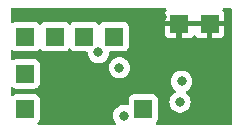
<source format=gbr>
%TF.GenerationSoftware,KiCad,Pcbnew,7.0.9*%
%TF.CreationDate,2024-02-29T00:23:50+01:00*%
%TF.ProjectId,dropdown,64726f70-646f-4776-9e2e-6b696361645f,rev?*%
%TF.SameCoordinates,Original*%
%TF.FileFunction,Copper,L2,Inr*%
%TF.FilePolarity,Positive*%
%FSLAX46Y46*%
G04 Gerber Fmt 4.6, Leading zero omitted, Abs format (unit mm)*
G04 Created by KiCad (PCBNEW 7.0.9) date 2024-02-29 00:23:50*
%MOMM*%
%LPD*%
G01*
G04 APERTURE LIST*
%TA.AperFunction,ComponentPad*%
%ADD10R,1.500000X1.500000*%
%TD*%
%TA.AperFunction,ViaPad*%
%ADD11C,0.800000*%
%TD*%
G04 APERTURE END LIST*
D10*
%TO.N,GND1*%
%TO.C,T2*%
X74250000Y-63850000D03*
%TD*%
%TO.N,+12V*%
%TO.C,T1*%
X74250000Y-66850000D03*
%TD*%
%TO.N,GND*%
%TO.C,J8*%
X79250000Y-60700000D03*
%TD*%
%TO.N,+3.3V*%
%TO.C,J7*%
X87300000Y-59600000D03*
%TD*%
%TO.N,GND*%
%TO.C,J6*%
X74250000Y-60700000D03*
%TD*%
%TO.N,GND*%
%TO.C,J4*%
X81750000Y-60700000D03*
%TD*%
%TO.N,+3.3V*%
%TO.C,J3*%
X89850000Y-59600000D03*
%TD*%
%TO.N,GND*%
%TO.C,J2*%
X76750000Y-60700000D03*
%TD*%
%TO.N,VD*%
%TO.C,J1*%
X84250000Y-66850000D03*
%TD*%
D11*
%TO.N,+3.3V*%
X85800000Y-59050000D03*
%TO.N,VD*%
X82600000Y-67400000D03*
X87350000Y-66250000D03*
%TO.N,GND*%
X87487500Y-64500000D03*
X80450000Y-62050000D03*
%TO.N,+3.3V*%
X87300000Y-62200000D03*
%TO.N,GND*%
X82225000Y-63350000D03*
%TD*%
%TA.AperFunction,Conductor*%
%TO.N,+3.3V*%
G36*
X86156466Y-58319685D02*
G01*
X86202221Y-58372489D01*
X86212165Y-58441647D01*
X86188694Y-58498311D01*
X86106646Y-58607911D01*
X86106645Y-58607913D01*
X86056403Y-58742620D01*
X86056401Y-58742627D01*
X86050000Y-58802155D01*
X86050000Y-59350000D01*
X87054419Y-59350000D01*
X87002940Y-59405921D01*
X86956018Y-59512892D01*
X86946372Y-59629302D01*
X86975047Y-59742538D01*
X87038936Y-59840327D01*
X87131115Y-59912072D01*
X87241595Y-59950000D01*
X87329005Y-59950000D01*
X87415216Y-59935614D01*
X87517947Y-59880019D01*
X87545581Y-59850000D01*
X87550000Y-59850000D01*
X87550000Y-60850000D01*
X88097828Y-60850000D01*
X88097844Y-60849999D01*
X88157372Y-60843598D01*
X88157379Y-60843596D01*
X88292086Y-60793354D01*
X88292093Y-60793350D01*
X88407186Y-60707190D01*
X88475733Y-60615625D01*
X88531667Y-60573754D01*
X88601359Y-60568770D01*
X88662682Y-60602255D01*
X88674267Y-60615625D01*
X88742813Y-60707190D01*
X88857906Y-60793350D01*
X88857913Y-60793354D01*
X88992620Y-60843596D01*
X88992627Y-60843598D01*
X89052155Y-60849999D01*
X89052172Y-60850000D01*
X89600000Y-60850000D01*
X89600000Y-59850000D01*
X87550000Y-59850000D01*
X87545581Y-59850000D01*
X87597060Y-59794079D01*
X87643982Y-59687108D01*
X87653628Y-59570698D01*
X87624953Y-59457462D01*
X87561064Y-59359673D01*
X87548636Y-59350000D01*
X89604419Y-59350000D01*
X89552940Y-59405921D01*
X89506018Y-59512892D01*
X89496372Y-59629302D01*
X89525047Y-59742538D01*
X89588936Y-59840327D01*
X89681115Y-59912072D01*
X89791595Y-59950000D01*
X89879005Y-59950000D01*
X89965216Y-59935614D01*
X90067947Y-59880019D01*
X90095581Y-59850000D01*
X90100000Y-59850000D01*
X90100000Y-60850000D01*
X90647828Y-60850000D01*
X90647844Y-60849999D01*
X90707372Y-60843598D01*
X90707379Y-60843596D01*
X90842086Y-60793354D01*
X90842093Y-60793350D01*
X90957187Y-60707190D01*
X90957190Y-60707187D01*
X91043350Y-60592093D01*
X91043354Y-60592086D01*
X91093596Y-60457379D01*
X91093598Y-60457372D01*
X91099999Y-60397844D01*
X91100000Y-60397827D01*
X91100000Y-59850000D01*
X90100000Y-59850000D01*
X90095581Y-59850000D01*
X90147060Y-59794079D01*
X90193982Y-59687108D01*
X90203628Y-59570698D01*
X90174953Y-59457462D01*
X90111064Y-59359673D01*
X90098636Y-59350000D01*
X91100000Y-59350000D01*
X91100000Y-58802172D01*
X91099999Y-58802155D01*
X91093598Y-58742627D01*
X91093596Y-58742620D01*
X91043354Y-58607913D01*
X91043353Y-58607911D01*
X90961306Y-58498311D01*
X90936889Y-58432847D01*
X90951740Y-58364574D01*
X91001145Y-58315168D01*
X91060573Y-58300000D01*
X91625500Y-58300000D01*
X91692539Y-58319685D01*
X91738294Y-58372489D01*
X91749500Y-58424000D01*
X91749500Y-68076000D01*
X91729815Y-68143039D01*
X91677011Y-68188794D01*
X91625500Y-68200000D01*
X85406226Y-68200000D01*
X85339187Y-68180315D01*
X85293432Y-68127511D01*
X85283488Y-68058353D01*
X85312513Y-67994797D01*
X85331914Y-67976734D01*
X85357546Y-67957546D01*
X85443796Y-67842331D01*
X85494091Y-67707483D01*
X85500500Y-67647873D01*
X85500499Y-66250000D01*
X86444540Y-66250000D01*
X86464326Y-66438256D01*
X86464327Y-66438259D01*
X86522818Y-66618277D01*
X86522821Y-66618284D01*
X86617467Y-66782216D01*
X86694513Y-66867784D01*
X86744129Y-66922888D01*
X86897265Y-67034148D01*
X86897270Y-67034151D01*
X87070192Y-67111142D01*
X87070197Y-67111144D01*
X87255354Y-67150500D01*
X87255355Y-67150500D01*
X87444644Y-67150500D01*
X87444646Y-67150500D01*
X87629803Y-67111144D01*
X87802730Y-67034151D01*
X87955871Y-66922888D01*
X88082533Y-66782216D01*
X88177179Y-66618284D01*
X88235674Y-66438256D01*
X88255460Y-66250000D01*
X88235674Y-66061744D01*
X88177179Y-65881716D01*
X88082533Y-65717784D01*
X87955871Y-65577112D01*
X87873668Y-65517388D01*
X87831002Y-65462058D01*
X87825023Y-65392445D01*
X87857629Y-65330650D01*
X87896113Y-65303793D01*
X87940230Y-65284151D01*
X88093371Y-65172888D01*
X88220033Y-65032216D01*
X88314679Y-64868284D01*
X88373174Y-64688256D01*
X88392960Y-64500000D01*
X88373174Y-64311744D01*
X88314679Y-64131716D01*
X88220033Y-63967784D01*
X88093371Y-63827112D01*
X88093370Y-63827111D01*
X87940234Y-63715851D01*
X87940229Y-63715848D01*
X87767307Y-63638857D01*
X87767302Y-63638855D01*
X87621501Y-63607865D01*
X87582146Y-63599500D01*
X87392854Y-63599500D01*
X87360397Y-63606398D01*
X87207697Y-63638855D01*
X87207692Y-63638857D01*
X87034770Y-63715848D01*
X87034765Y-63715851D01*
X86881629Y-63827111D01*
X86754966Y-63967785D01*
X86660321Y-64131715D01*
X86660318Y-64131722D01*
X86601827Y-64311740D01*
X86601826Y-64311744D01*
X86582040Y-64500000D01*
X86601826Y-64688256D01*
X86601827Y-64688259D01*
X86660318Y-64868277D01*
X86660321Y-64868284D01*
X86754967Y-65032216D01*
X86881629Y-65172888D01*
X86963831Y-65232611D01*
X87006497Y-65287940D01*
X87012476Y-65357554D01*
X86979871Y-65419349D01*
X86941384Y-65446207D01*
X86897270Y-65465849D01*
X86897268Y-65465849D01*
X86897264Y-65465852D01*
X86744129Y-65577111D01*
X86617466Y-65717785D01*
X86522821Y-65881715D01*
X86522818Y-65881722D01*
X86467450Y-66052128D01*
X86464326Y-66061744D01*
X86444540Y-66250000D01*
X85500499Y-66250000D01*
X85500499Y-66052128D01*
X85494091Y-65992517D01*
X85443796Y-65857669D01*
X85443795Y-65857668D01*
X85443793Y-65857664D01*
X85357547Y-65742455D01*
X85357544Y-65742452D01*
X85242335Y-65656206D01*
X85242328Y-65656202D01*
X85107482Y-65605908D01*
X85107483Y-65605908D01*
X85047883Y-65599501D01*
X85047881Y-65599500D01*
X85047873Y-65599500D01*
X85047864Y-65599500D01*
X83452129Y-65599500D01*
X83452123Y-65599501D01*
X83392516Y-65605908D01*
X83257671Y-65656202D01*
X83257664Y-65656206D01*
X83142455Y-65742452D01*
X83142452Y-65742455D01*
X83056206Y-65857664D01*
X83056202Y-65857671D01*
X83005908Y-65992517D01*
X82999501Y-66052116D01*
X82999501Y-66052123D01*
X82999500Y-66052135D01*
X82999500Y-66411171D01*
X82979815Y-66478210D01*
X82927011Y-66523965D01*
X82857853Y-66533909D01*
X82849720Y-66532461D01*
X82694647Y-66499500D01*
X82694646Y-66499500D01*
X82505354Y-66499500D01*
X82472897Y-66506398D01*
X82320197Y-66538855D01*
X82320192Y-66538857D01*
X82147270Y-66615848D01*
X82147265Y-66615851D01*
X81994129Y-66727111D01*
X81867466Y-66867785D01*
X81772821Y-67031715D01*
X81772818Y-67031722D01*
X81714327Y-67211740D01*
X81714326Y-67211744D01*
X81694540Y-67400000D01*
X81714326Y-67588256D01*
X81714327Y-67588259D01*
X81772818Y-67768277D01*
X81772821Y-67768284D01*
X81867467Y-67932216D01*
X81922224Y-67993030D01*
X81952453Y-68056019D01*
X81943828Y-68125354D01*
X81899087Y-68179020D01*
X81832434Y-68199978D01*
X81830073Y-68200000D01*
X75406226Y-68200000D01*
X75339187Y-68180315D01*
X75293432Y-68127511D01*
X75283488Y-68058353D01*
X75312513Y-67994797D01*
X75331914Y-67976734D01*
X75357546Y-67957546D01*
X75443796Y-67842331D01*
X75494091Y-67707483D01*
X75500500Y-67647873D01*
X75500499Y-66052128D01*
X75494091Y-65992517D01*
X75443796Y-65857669D01*
X75443795Y-65857668D01*
X75443793Y-65857664D01*
X75357547Y-65742455D01*
X75357544Y-65742452D01*
X75242335Y-65656206D01*
X75242328Y-65656202D01*
X75107482Y-65605908D01*
X75107483Y-65605908D01*
X75047883Y-65599501D01*
X75047881Y-65599500D01*
X75047873Y-65599500D01*
X75047864Y-65599500D01*
X73452129Y-65599500D01*
X73452123Y-65599501D01*
X73392516Y-65605908D01*
X73257671Y-65656202D01*
X73257668Y-65656204D01*
X73198311Y-65700639D01*
X73132846Y-65725056D01*
X73064573Y-65710204D01*
X73015168Y-65660799D01*
X73000000Y-65601372D01*
X73000000Y-65098627D01*
X73019685Y-65031588D01*
X73072489Y-64985833D01*
X73141647Y-64975889D01*
X73198311Y-64999360D01*
X73242200Y-65032216D01*
X73257668Y-65043795D01*
X73257671Y-65043797D01*
X73392517Y-65094091D01*
X73392516Y-65094091D01*
X73399444Y-65094835D01*
X73452127Y-65100500D01*
X75047872Y-65100499D01*
X75107483Y-65094091D01*
X75242331Y-65043796D01*
X75357546Y-64957546D01*
X75443796Y-64842331D01*
X75494091Y-64707483D01*
X75500500Y-64647873D01*
X75500499Y-63350000D01*
X81319540Y-63350000D01*
X81339326Y-63538256D01*
X81339327Y-63538259D01*
X81397818Y-63718277D01*
X81397821Y-63718284D01*
X81492467Y-63882216D01*
X81569513Y-63967784D01*
X81619129Y-64022888D01*
X81772265Y-64134148D01*
X81772270Y-64134151D01*
X81945192Y-64211142D01*
X81945197Y-64211144D01*
X82130354Y-64250500D01*
X82130355Y-64250500D01*
X82319644Y-64250500D01*
X82319646Y-64250500D01*
X82504803Y-64211144D01*
X82677730Y-64134151D01*
X82830871Y-64022888D01*
X82957533Y-63882216D01*
X83052179Y-63718284D01*
X83110674Y-63538256D01*
X83130460Y-63350000D01*
X83110674Y-63161744D01*
X83052179Y-62981716D01*
X82957533Y-62817784D01*
X82830871Y-62677112D01*
X82808418Y-62660799D01*
X82677734Y-62565851D01*
X82677729Y-62565848D01*
X82504807Y-62488857D01*
X82504802Y-62488855D01*
X82359001Y-62457865D01*
X82319646Y-62449500D01*
X82130354Y-62449500D01*
X82097897Y-62456398D01*
X81945197Y-62488855D01*
X81945192Y-62488857D01*
X81772270Y-62565848D01*
X81772265Y-62565851D01*
X81619129Y-62677111D01*
X81492466Y-62817785D01*
X81397821Y-62981715D01*
X81397818Y-62981722D01*
X81374942Y-63052129D01*
X81339326Y-63161744D01*
X81319540Y-63350000D01*
X75500499Y-63350000D01*
X75500499Y-63052128D01*
X75494091Y-62992517D01*
X75490062Y-62981716D01*
X75443797Y-62857671D01*
X75443793Y-62857664D01*
X75357547Y-62742455D01*
X75357544Y-62742452D01*
X75242335Y-62656206D01*
X75242328Y-62656202D01*
X75107482Y-62605908D01*
X75107483Y-62605908D01*
X75047883Y-62599501D01*
X75047881Y-62599500D01*
X75047873Y-62599500D01*
X75047864Y-62599500D01*
X73452129Y-62599500D01*
X73452123Y-62599501D01*
X73392516Y-62605908D01*
X73257671Y-62656202D01*
X73257668Y-62656204D01*
X73198311Y-62700639D01*
X73132846Y-62725056D01*
X73064573Y-62710204D01*
X73015168Y-62660799D01*
X73000000Y-62601372D01*
X73000000Y-61948627D01*
X73019685Y-61881588D01*
X73072489Y-61835833D01*
X73141647Y-61825889D01*
X73198311Y-61849360D01*
X73257665Y-61893793D01*
X73257668Y-61893795D01*
X73257671Y-61893797D01*
X73392517Y-61944091D01*
X73392516Y-61944091D01*
X73399444Y-61944835D01*
X73452127Y-61950500D01*
X75047872Y-61950499D01*
X75107483Y-61944091D01*
X75242331Y-61893796D01*
X75357546Y-61807546D01*
X75400734Y-61749854D01*
X75456667Y-61707984D01*
X75526359Y-61703000D01*
X75587682Y-61736485D01*
X75599263Y-61749850D01*
X75642454Y-61807546D01*
X75666957Y-61825889D01*
X75757664Y-61893793D01*
X75757671Y-61893797D01*
X75892517Y-61944091D01*
X75892516Y-61944091D01*
X75899444Y-61944835D01*
X75952127Y-61950500D01*
X77547872Y-61950499D01*
X77607483Y-61944091D01*
X77742331Y-61893796D01*
X77857546Y-61807546D01*
X77900734Y-61749854D01*
X77956667Y-61707984D01*
X78026359Y-61703000D01*
X78087682Y-61736485D01*
X78099263Y-61749850D01*
X78142454Y-61807546D01*
X78166957Y-61825889D01*
X78257664Y-61893793D01*
X78257671Y-61893797D01*
X78392517Y-61944091D01*
X78392516Y-61944091D01*
X78399444Y-61944835D01*
X78452127Y-61950500D01*
X79422431Y-61950499D01*
X79489470Y-61970183D01*
X79535225Y-62022987D01*
X79545752Y-62061537D01*
X79554082Y-62140790D01*
X79564326Y-62238256D01*
X79564327Y-62238259D01*
X79622818Y-62418277D01*
X79622821Y-62418284D01*
X79717467Y-62582216D01*
X79784088Y-62656206D01*
X79844129Y-62722888D01*
X79997265Y-62834148D01*
X79997270Y-62834151D01*
X80170192Y-62911142D01*
X80170197Y-62911144D01*
X80355354Y-62950500D01*
X80355355Y-62950500D01*
X80544644Y-62950500D01*
X80544646Y-62950500D01*
X80729803Y-62911144D01*
X80902730Y-62834151D01*
X81055871Y-62722888D01*
X81182533Y-62582216D01*
X81277179Y-62418284D01*
X81335674Y-62238256D01*
X81354247Y-62061536D01*
X81380832Y-61996923D01*
X81438129Y-61956938D01*
X81477568Y-61950499D01*
X82547871Y-61950499D01*
X82547872Y-61950499D01*
X82607483Y-61944091D01*
X82742331Y-61893796D01*
X82857546Y-61807546D01*
X82943796Y-61692331D01*
X82994091Y-61557483D01*
X83000500Y-61497873D01*
X83000499Y-59902128D01*
X82994895Y-59850000D01*
X86050000Y-59850000D01*
X86050000Y-60397844D01*
X86056401Y-60457372D01*
X86056403Y-60457379D01*
X86106645Y-60592086D01*
X86106649Y-60592093D01*
X86192809Y-60707187D01*
X86192812Y-60707190D01*
X86307906Y-60793350D01*
X86307913Y-60793354D01*
X86442620Y-60843596D01*
X86442627Y-60843598D01*
X86502155Y-60849999D01*
X86502172Y-60850000D01*
X87050000Y-60850000D01*
X87050000Y-59850000D01*
X86050000Y-59850000D01*
X82994895Y-59850000D01*
X82994091Y-59842517D01*
X82993274Y-59840327D01*
X82943797Y-59707671D01*
X82943793Y-59707664D01*
X82857547Y-59592455D01*
X82857544Y-59592452D01*
X82742335Y-59506206D01*
X82742328Y-59506202D01*
X82607482Y-59455908D01*
X82607483Y-59455908D01*
X82547883Y-59449501D01*
X82547881Y-59449500D01*
X82547873Y-59449500D01*
X82547864Y-59449500D01*
X80952129Y-59449500D01*
X80952123Y-59449501D01*
X80892516Y-59455908D01*
X80757671Y-59506202D01*
X80757664Y-59506206D01*
X80642455Y-59592452D01*
X80599266Y-59650145D01*
X80543332Y-59692015D01*
X80473640Y-59696999D01*
X80412317Y-59663513D01*
X80400734Y-59650145D01*
X80379376Y-59621615D01*
X80357546Y-59592454D01*
X80357544Y-59592453D01*
X80357544Y-59592452D01*
X80242335Y-59506206D01*
X80242328Y-59506202D01*
X80107482Y-59455908D01*
X80107483Y-59455908D01*
X80047883Y-59449501D01*
X80047881Y-59449500D01*
X80047873Y-59449500D01*
X80047864Y-59449500D01*
X78452129Y-59449500D01*
X78452123Y-59449501D01*
X78392516Y-59455908D01*
X78257671Y-59506202D01*
X78257664Y-59506206D01*
X78142455Y-59592452D01*
X78099266Y-59650145D01*
X78043332Y-59692015D01*
X77973640Y-59696999D01*
X77912317Y-59663513D01*
X77900734Y-59650145D01*
X77879376Y-59621615D01*
X77857546Y-59592454D01*
X77857544Y-59592453D01*
X77857544Y-59592452D01*
X77742335Y-59506206D01*
X77742328Y-59506202D01*
X77607482Y-59455908D01*
X77607483Y-59455908D01*
X77547883Y-59449501D01*
X77547881Y-59449500D01*
X77547873Y-59449500D01*
X77547864Y-59449500D01*
X75952129Y-59449500D01*
X75952123Y-59449501D01*
X75892516Y-59455908D01*
X75757671Y-59506202D01*
X75757664Y-59506206D01*
X75642455Y-59592452D01*
X75599266Y-59650145D01*
X75543332Y-59692015D01*
X75473640Y-59696999D01*
X75412317Y-59663513D01*
X75400734Y-59650145D01*
X75379376Y-59621615D01*
X75357546Y-59592454D01*
X75357544Y-59592453D01*
X75357544Y-59592452D01*
X75242335Y-59506206D01*
X75242328Y-59506202D01*
X75107482Y-59455908D01*
X75107483Y-59455908D01*
X75047883Y-59449501D01*
X75047881Y-59449500D01*
X75047873Y-59449500D01*
X75047864Y-59449500D01*
X73452129Y-59449500D01*
X73452123Y-59449501D01*
X73392516Y-59455908D01*
X73257671Y-59506202D01*
X73257668Y-59506204D01*
X73198311Y-59550639D01*
X73132846Y-59575056D01*
X73064573Y-59560204D01*
X73015168Y-59510799D01*
X73000000Y-59451372D01*
X73000000Y-58424000D01*
X73019685Y-58356961D01*
X73072489Y-58311206D01*
X73124000Y-58300000D01*
X86089427Y-58300000D01*
X86156466Y-58319685D01*
G37*
%TD.AperFunction*%
%TD*%
M02*

</source>
